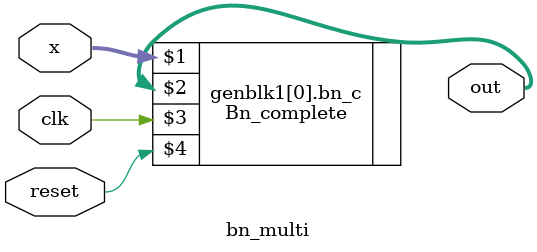
<source format=v>


module bn_multi(x,out,clk,reset);
localparam DATA_WIDTH = 16;
parameter size = 4;
parameter beta =16'b0000000000000000;//0
parameter gama = 16'b0011110000000000;//1
parameter quarter = 16'b0011010000000000;
parameter channel = 1;
localparam size_div_channel = size/channel;

input clk,reset;
input [0:DATA_WIDTH*size-1] x;
output wire [0:DATA_WIDTH*size-1] out;

genvar i;
generate

    for(i=0;i<channel;i=i+1) begin
        Bn_complete#(
            .size(size),
            .beta(beta),//0
            .gama(gama),//1
            .quarter(quarter),
            .channel(channel)) bn_c (x[i*size_div_channel*DATA_WIDTH+:size_div_channel*DATA_WIDTH],out[i*size_div_channel*DATA_WIDTH+:size_div_channel*DATA_WIDTH],clk,reset);
    end
endgenerate
endmodule

</source>
